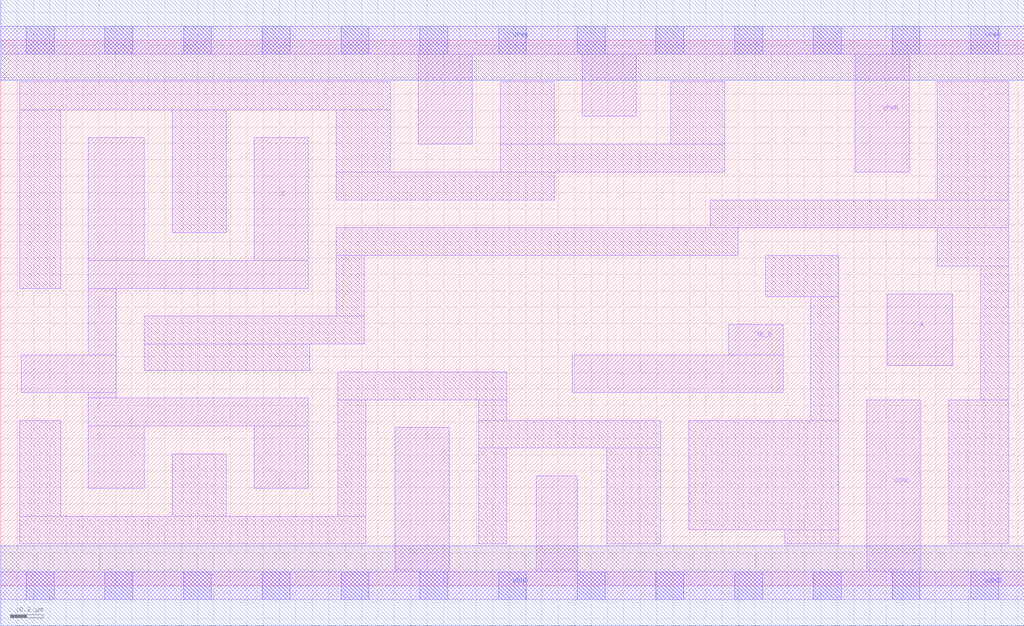
<source format=lef>
# Copyright 2020 The SkyWater PDK Authors
#
# Licensed under the Apache License, Version 2.0 (the "License");
# you may not use this file except in compliance with the License.
# You may obtain a copy of the License at
#
#     https://www.apache.org/licenses/LICENSE-2.0
#
# Unless required by applicable law or agreed to in writing, software
# distributed under the License is distributed on an "AS IS" BASIS,
# WITHOUT WARRANTIES OR CONDITIONS OF ANY KIND, either express or implied.
# See the License for the specific language governing permissions and
# limitations under the License.
#
# SPDX-License-Identifier: Apache-2.0

VERSION 5.7 ;
  NAMESCASESENSITIVE ON ;
  NOWIREEXTENSIONATPIN ON ;
  DIVIDERCHAR "/" ;
  BUSBITCHARS "[]" ;
UNITS
  DATABASE MICRONS 200 ;
END UNITS
MACRO sky130_fd_sc_lp__ebufn_4
  CLASS CORE ;
  SOURCE USER ;
  FOREIGN sky130_fd_sc_lp__ebufn_4 ;
  ORIGIN  0.000000  0.000000 ;
  SIZE  6.240000 BY  3.330000 ;
  SYMMETRY X Y R90 ;
  SITE unit ;
  PIN A
    ANTENNAGATEAREA  0.315000 ;
    DIRECTION INPUT ;
    USE SIGNAL ;
    PORT
      LAYER li1 ;
        RECT 5.405000 1.345000 5.805000 1.780000 ;
    END
  END A
  PIN TE_B
    ANTENNAGATEAREA  1.071000 ;
    DIRECTION INPUT ;
    USE SIGNAL ;
    PORT
      LAYER li1 ;
        RECT 3.485000 1.180000 4.770000 1.410000 ;
        RECT 4.440000 1.410000 4.770000 1.595000 ;
    END
  END TE_B
  PIN Z
    ANTENNADIFFAREA  1.323000 ;
    DIRECTION OUTPUT ;
    USE SIGNAL ;
    PORT
      LAYER li1 ;
        RECT 0.125000 1.180000 0.705000 1.410000 ;
        RECT 0.535000 0.595000 0.875000 0.975000 ;
        RECT 0.535000 0.975000 1.875000 1.145000 ;
        RECT 0.535000 1.145000 0.705000 1.180000 ;
        RECT 0.535000 1.410000 0.705000 1.815000 ;
        RECT 0.535000 1.815000 1.875000 1.985000 ;
        RECT 0.535000 1.985000 0.875000 2.735000 ;
        RECT 1.545000 0.595000 1.875000 0.975000 ;
        RECT 1.545000 1.985000 1.875000 2.735000 ;
    END
  END Z
  PIN VGND
    DIRECTION INOUT ;
    USE GROUND ;
    PORT
      LAYER li1 ;
        RECT 0.000000 -0.085000 6.240000 0.085000 ;
        RECT 2.405000  0.085000 2.735000 0.965000 ;
        RECT 3.265000  0.085000 3.515000 0.670000 ;
        RECT 5.280000  0.085000 5.610000 1.135000 ;
      LAYER mcon ;
        RECT 0.155000 -0.085000 0.325000 0.085000 ;
        RECT 0.635000 -0.085000 0.805000 0.085000 ;
        RECT 1.115000 -0.085000 1.285000 0.085000 ;
        RECT 1.595000 -0.085000 1.765000 0.085000 ;
        RECT 2.075000 -0.085000 2.245000 0.085000 ;
        RECT 2.555000 -0.085000 2.725000 0.085000 ;
        RECT 3.035000 -0.085000 3.205000 0.085000 ;
        RECT 3.515000 -0.085000 3.685000 0.085000 ;
        RECT 3.995000 -0.085000 4.165000 0.085000 ;
        RECT 4.475000 -0.085000 4.645000 0.085000 ;
        RECT 4.955000 -0.085000 5.125000 0.085000 ;
        RECT 5.435000 -0.085000 5.605000 0.085000 ;
        RECT 5.915000 -0.085000 6.085000 0.085000 ;
      LAYER met1 ;
        RECT 0.000000 -0.245000 6.240000 0.245000 ;
    END
  END VGND
  PIN VPWR
    DIRECTION INOUT ;
    USE POWER ;
    PORT
      LAYER li1 ;
        RECT 0.000000 3.245000 6.240000 3.415000 ;
        RECT 2.545000 2.695000 2.875000 3.245000 ;
        RECT 3.545000 2.865000 3.875000 3.245000 ;
        RECT 5.210000 2.525000 5.540000 3.245000 ;
      LAYER mcon ;
        RECT 0.155000 3.245000 0.325000 3.415000 ;
        RECT 0.635000 3.245000 0.805000 3.415000 ;
        RECT 1.115000 3.245000 1.285000 3.415000 ;
        RECT 1.595000 3.245000 1.765000 3.415000 ;
        RECT 2.075000 3.245000 2.245000 3.415000 ;
        RECT 2.555000 3.245000 2.725000 3.415000 ;
        RECT 3.035000 3.245000 3.205000 3.415000 ;
        RECT 3.515000 3.245000 3.685000 3.415000 ;
        RECT 3.995000 3.245000 4.165000 3.415000 ;
        RECT 4.475000 3.245000 4.645000 3.415000 ;
        RECT 4.955000 3.245000 5.125000 3.415000 ;
        RECT 5.435000 3.245000 5.605000 3.415000 ;
        RECT 5.915000 3.245000 6.085000 3.415000 ;
      LAYER met1 ;
        RECT 0.000000 3.085000 6.240000 3.575000 ;
    END
  END VPWR
  OBS
    LAYER li1 ;
      RECT 0.115000 0.255000 2.225000 0.425000 ;
      RECT 0.115000 0.425000 0.365000 1.010000 ;
      RECT 0.115000 1.815000 0.365000 2.905000 ;
      RECT 0.115000 2.905000 2.375000 3.075000 ;
      RECT 0.875000 1.315000 1.885000 1.475000 ;
      RECT 0.875000 1.475000 2.215000 1.645000 ;
      RECT 1.045000 0.425000 1.375000 0.805000 ;
      RECT 1.045000 2.155000 1.375000 2.905000 ;
      RECT 2.045000 1.645000 2.215000 2.015000 ;
      RECT 2.045000 2.015000 4.495000 2.185000 ;
      RECT 2.045000 2.355000 3.375000 2.525000 ;
      RECT 2.045000 2.525000 2.375000 2.905000 ;
      RECT 2.055000 0.425000 2.225000 1.135000 ;
      RECT 2.055000 1.135000 3.085000 1.305000 ;
      RECT 2.915000 0.255000 3.085000 0.840000 ;
      RECT 2.915000 0.840000 4.025000 1.010000 ;
      RECT 2.915000 1.010000 3.085000 1.135000 ;
      RECT 3.045000 2.525000 4.415000 2.695000 ;
      RECT 3.045000 2.695000 3.375000 3.075000 ;
      RECT 3.695000 0.255000 4.025000 0.840000 ;
      RECT 4.085000 2.695000 4.415000 3.075000 ;
      RECT 4.195000 0.340000 5.110000 1.010000 ;
      RECT 4.325000 2.185000 6.145000 2.355000 ;
      RECT 4.665000 1.765000 5.110000 2.015000 ;
      RECT 4.780000 0.255000 5.110000 0.340000 ;
      RECT 4.940000 1.010000 5.110000 1.765000 ;
      RECT 5.710000 1.950000 6.145000 2.185000 ;
      RECT 5.710000 2.355000 6.145000 3.075000 ;
      RECT 5.780000 0.255000 6.145000 1.135000 ;
      RECT 5.975000 1.135000 6.145000 1.950000 ;
  END
END sky130_fd_sc_lp__ebufn_4

</source>
